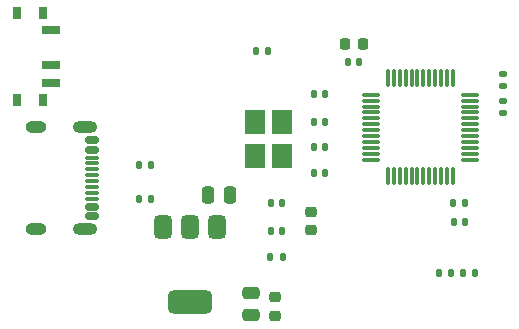
<source format=gbr>
%TF.GenerationSoftware,KiCad,Pcbnew,8.0.0*%
%TF.CreationDate,2024-03-08T02:50:51-08:00*%
%TF.ProjectId,blackpill,626c6163-6b70-4696-9c6c-2e6b69636164,rev?*%
%TF.SameCoordinates,Original*%
%TF.FileFunction,Paste,Top*%
%TF.FilePolarity,Positive*%
%FSLAX46Y46*%
G04 Gerber Fmt 4.6, Leading zero omitted, Abs format (unit mm)*
G04 Created by KiCad (PCBNEW 8.0.0) date 2024-03-08 02:50:51*
%MOMM*%
%LPD*%
G01*
G04 APERTURE LIST*
G04 Aperture macros list*
%AMRoundRect*
0 Rectangle with rounded corners*
0 $1 Rounding radius*
0 $2 $3 $4 $5 $6 $7 $8 $9 X,Y pos of 4 corners*
0 Add a 4 corners polygon primitive as box body*
4,1,4,$2,$3,$4,$5,$6,$7,$8,$9,$2,$3,0*
0 Add four circle primitives for the rounded corners*
1,1,$1+$1,$2,$3*
1,1,$1+$1,$4,$5*
1,1,$1+$1,$6,$7*
1,1,$1+$1,$8,$9*
0 Add four rect primitives between the rounded corners*
20,1,$1+$1,$2,$3,$4,$5,0*
20,1,$1+$1,$4,$5,$6,$7,0*
20,1,$1+$1,$6,$7,$8,$9,0*
20,1,$1+$1,$8,$9,$2,$3,0*%
G04 Aperture macros list end*
%ADD10O,1.800000X1.000000*%
%ADD11O,2.100000X1.000000*%
%ADD12RoundRect,0.150000X-0.425000X0.150000X-0.425000X-0.150000X0.425000X-0.150000X0.425000X0.150000X0*%
%ADD13RoundRect,0.075000X-0.500000X0.075000X-0.500000X-0.075000X0.500000X-0.075000X0.500000X0.075000X0*%
%ADD14RoundRect,0.375000X-0.375000X0.625000X-0.375000X-0.625000X0.375000X-0.625000X0.375000X0.625000X0*%
%ADD15RoundRect,0.500000X-1.400000X0.500000X-1.400000X-0.500000X1.400000X-0.500000X1.400000X0.500000X0*%
%ADD16RoundRect,0.250000X-0.250000X-0.475000X0.250000X-0.475000X0.250000X0.475000X-0.250000X0.475000X0*%
%ADD17R,1.800000X2.100000*%
%ADD18RoundRect,0.140000X-0.170000X0.140000X-0.170000X-0.140000X0.170000X-0.140000X0.170000X0.140000X0*%
%ADD19RoundRect,0.225000X-0.225000X-0.250000X0.225000X-0.250000X0.225000X0.250000X-0.225000X0.250000X0*%
%ADD20RoundRect,0.135000X-0.135000X-0.185000X0.135000X-0.185000X0.135000X0.185000X-0.135000X0.185000X0*%
%ADD21RoundRect,0.075000X-0.662500X-0.075000X0.662500X-0.075000X0.662500X0.075000X-0.662500X0.075000X0*%
%ADD22RoundRect,0.075000X-0.075000X-0.662500X0.075000X-0.662500X0.075000X0.662500X-0.075000X0.662500X0*%
%ADD23RoundRect,0.140000X-0.140000X-0.170000X0.140000X-0.170000X0.140000X0.170000X-0.140000X0.170000X0*%
%ADD24RoundRect,0.135000X0.135000X0.185000X-0.135000X0.185000X-0.135000X-0.185000X0.135000X-0.185000X0*%
%ADD25RoundRect,0.135000X-0.185000X0.135000X-0.185000X-0.135000X0.185000X-0.135000X0.185000X0.135000X0*%
%ADD26RoundRect,0.218750X-0.256250X0.218750X-0.256250X-0.218750X0.256250X-0.218750X0.256250X0.218750X0*%
%ADD27R,1.500000X0.700000*%
%ADD28R,0.800000X1.000000*%
%ADD29RoundRect,0.140000X0.140000X0.170000X-0.140000X0.170000X-0.140000X-0.170000X0.140000X-0.170000X0*%
%ADD30RoundRect,0.250000X0.475000X-0.250000X0.475000X0.250000X-0.475000X0.250000X-0.475000X-0.250000X0*%
G04 APERTURE END LIST*
D10*
%TO.C,J1*%
X57345000Y-96522000D03*
D11*
X61525000Y-96522000D03*
D10*
X57345000Y-87882000D03*
D11*
X61525000Y-87882000D03*
D12*
X62100000Y-89002000D03*
X62100000Y-89802000D03*
D13*
X62100000Y-90452000D03*
X62100000Y-91452000D03*
X62100000Y-92952000D03*
X62100000Y-93952000D03*
D12*
X62100000Y-94602000D03*
X62100000Y-95402000D03*
X62100000Y-95402000D03*
X62100000Y-94602000D03*
D13*
X62100000Y-93452000D03*
X62100000Y-92452000D03*
X62100000Y-91952000D03*
X62100000Y-90952000D03*
D12*
X62100000Y-89802000D03*
X62100000Y-89002000D03*
%TD*%
D14*
%TO.C,U1*%
X68100000Y-96350000D03*
D15*
X70400000Y-102650000D03*
D14*
X70400000Y-96350000D03*
X72700000Y-96350000D03*
%TD*%
D16*
%TO.C,C1*%
X71900000Y-93600000D03*
X73800000Y-93600000D03*
%TD*%
D17*
%TO.C,Y1*%
X75900000Y-87400000D03*
X75900000Y-90300000D03*
X78200000Y-90300000D03*
X78200000Y-87400000D03*
%TD*%
D18*
%TO.C,C6*%
X96900000Y-83420000D03*
X96900000Y-84380000D03*
%TD*%
D19*
%TO.C,C3*%
X83525000Y-80800000D03*
X85075000Y-80800000D03*
%TD*%
D20*
%TO.C,R5*%
X93500000Y-100200000D03*
X94520000Y-100200000D03*
%TD*%
D21*
%TO.C,U2*%
X85753500Y-85134000D03*
X85753500Y-85634000D03*
X85753500Y-86134000D03*
X85753500Y-86634000D03*
X85753500Y-87134000D03*
X85753500Y-87634000D03*
X85753500Y-88134000D03*
X85753500Y-88634000D03*
X85753500Y-89134000D03*
X85753500Y-89634000D03*
X85753500Y-90134000D03*
X85753500Y-90634000D03*
D22*
X87166000Y-92046500D03*
X87666000Y-92046500D03*
X88166000Y-92046500D03*
X88666000Y-92046500D03*
X89166000Y-92046500D03*
X89666000Y-92046500D03*
X90166000Y-92046500D03*
X90666000Y-92046500D03*
X91166000Y-92046500D03*
X91666000Y-92046500D03*
X92166000Y-92046500D03*
X92666000Y-92046500D03*
D21*
X94078500Y-90634000D03*
X94078500Y-90134000D03*
X94078500Y-89634000D03*
X94078500Y-89134000D03*
X94078500Y-88634000D03*
X94078500Y-88134000D03*
X94078500Y-87634000D03*
X94078500Y-87134000D03*
X94078500Y-86634000D03*
X94078500Y-86134000D03*
X94078500Y-85634000D03*
X94078500Y-85134000D03*
D22*
X92666000Y-83721500D03*
X92166000Y-83721500D03*
X91666000Y-83721500D03*
X91166000Y-83721500D03*
X90666000Y-83721500D03*
X90166000Y-83721500D03*
X89666000Y-83721500D03*
X89166000Y-83721500D03*
X88666000Y-83721500D03*
X88166000Y-83721500D03*
X87666000Y-83721500D03*
X87166000Y-83721500D03*
%TD*%
D23*
%TO.C,C4*%
X83779000Y-82324000D03*
X84739000Y-82324000D03*
%TD*%
D20*
%TO.C,R2*%
X75980000Y-81400000D03*
X77000000Y-81400000D03*
%TD*%
D24*
%TO.C,R4*%
X92500000Y-100200000D03*
X91480000Y-100200000D03*
%TD*%
D25*
%TO.C,R3*%
X96900000Y-85690000D03*
X96900000Y-86710000D03*
%TD*%
D26*
%TO.C,D1*%
X77612000Y-102291000D03*
X77612000Y-103866000D03*
%TD*%
D24*
%TO.C,R7*%
X67110000Y-94000000D03*
X66090000Y-94000000D03*
%TD*%
D27*
%TO.C,SW1*%
X58630000Y-84150000D03*
X58630000Y-82650000D03*
X58630000Y-79650000D03*
D28*
X55770000Y-85550000D03*
X57980000Y-85550000D03*
X55770000Y-78250000D03*
X57980000Y-78250000D03*
%TD*%
D29*
%TO.C,C7*%
X93670000Y-94327300D03*
X92710000Y-94327300D03*
%TD*%
D24*
%TO.C,R6*%
X67110000Y-91100000D03*
X66090000Y-91100000D03*
%TD*%
D29*
%TO.C,C10*%
X78212000Y-96634000D03*
X77252000Y-96634000D03*
%TD*%
%TO.C,C11*%
X81880000Y-89600000D03*
X80920000Y-89600000D03*
%TD*%
%TO.C,C8*%
X81880000Y-91789300D03*
X80920000Y-91789300D03*
%TD*%
%TO.C,C13*%
X80920000Y-87400000D03*
X81880000Y-87400000D03*
%TD*%
D24*
%TO.C,R1*%
X78242000Y-98834000D03*
X77222000Y-98834000D03*
%TD*%
D29*
%TO.C,C9*%
X78212000Y-94323300D03*
X77252000Y-94323300D03*
%TD*%
D30*
%TO.C,C2*%
X75580000Y-103800000D03*
X75580000Y-101900000D03*
%TD*%
D29*
%TO.C,C12*%
X81880000Y-85100000D03*
X80920000Y-85100000D03*
%TD*%
D26*
%TO.C,FB1*%
X80632000Y-95046500D03*
X80632000Y-96621500D03*
%TD*%
D29*
%TO.C,C5*%
X93698000Y-95879300D03*
X92738000Y-95879300D03*
%TD*%
M02*

</source>
